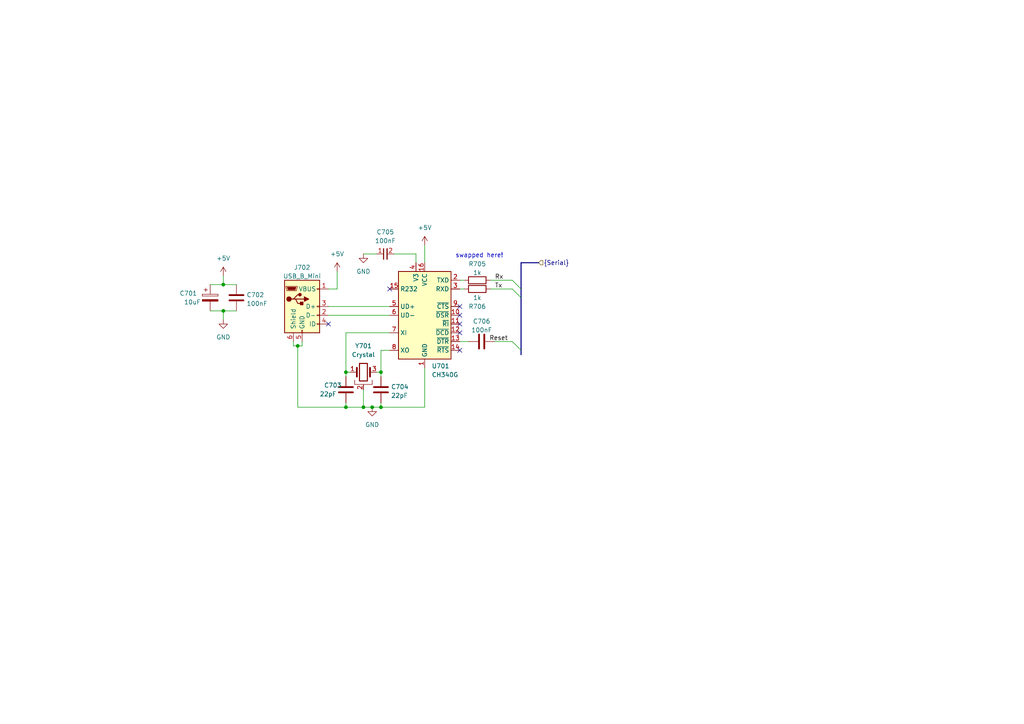
<source format=kicad_sch>
(kicad_sch (version 20231120) (generator "eeschema") (generator_version "8.0")
  (paper "A4")
  (lib_symbols
    (symbol "Connector:USB_B_Mini" (pin_names (offset 1.016))
      (property "Reference" "J" (at -5.08 11.43 0))
      (property "Value" "USB_B_Mini" (at -5.08 8.89 0))
      (symbol "USB_B_Mini_0_1"
        (rectangle (start -5.08 -7.62) (end 5.08 7.62) (stroke (width 0.254)) (fill (type background)))
        (circle (center -3.81 2.159) (radius 0.635) (stroke (width 0.254)) (fill (type outline)))
        (circle (center -0.635 3.429) (radius 0.381) (stroke (width 0.254)) (fill (type outline)))
        (rectangle (start -0.127 -7.62) (end 0.127 -6.858))
        (polyline (pts (xy -1.905 2.159) (xy 0.635 2.159)) (stroke (width 0.254)))
        (polyline (pts (xy -3.175 2.159) (xy -2.54 2.159) (xy -1.27 3.429) (xy -0.635 3.429)) (stroke (width 0.254)))
        (polyline (pts (xy -2.54 2.159) (xy -1.905 2.159) (xy -1.27 0.889) (xy 0 0.889)) (stroke (width 0.254)))
        (polyline (pts (xy 0.635 2.794) (xy 0.635 1.524) (xy 1.905 2.159) (xy 0.635 2.794)) (stroke (width 0.254)) (fill (type outline)))
        (polyline (pts (xy -4.318 5.588) (xy -1.778 5.588) (xy -2.032 4.826) (xy -4.064 4.826) (xy -4.318 5.588)) (fill (type outline)))
        (polyline (pts (xy -4.699 5.842) (xy -4.699 5.588) (xy -4.445 4.826) (xy -4.445 4.572) (xy -1.651 4.572) (xy -1.651 4.826) (xy -1.397 5.588) (xy -1.397 5.842) (xy -4.699 5.842)))
        (rectangle (start 0.254 1.27) (end -0.508 0.508) (stroke (width 0.254)) (fill (type outline)))
        (rectangle (start 5.08 -5.207) (end 4.318 -4.953))
        (rectangle (start 5.08 -2.667) (end 4.318 -2.413))
        (rectangle (start 5.08 -0.127) (end 4.318 0.127))
        (rectangle (start 5.08 4.953) (end 4.318 5.207))
      )
      (symbol "USB_B_Mini_1_1"
        (pin power_out line (at 7.62 5.08 180) (length 2.54) (name "VBUS") (number "1"))
        (pin bidirectional line (at 7.62 -2.54 180) (length 2.54) (name "D-") (number "2"))
        (pin bidirectional line (at 7.62 0 180) (length 2.54) (name "D+") (number "3"))
        (pin passive line (at 7.62 -5.08 180) (length 2.54) (name "ID") (number "4"))
        (pin power_out line (at 0 -10.16 90) (length 2.54) (name "GND") (number "5"))
        (pin passive line (at -2.54 -10.16 90) (length 2.54) (name "Shield") (number "6"))
      )
    )
    (symbol "Device:C" (pin_numbers hide) (pin_names (offset 0.254))
      (property "Reference" "C" (at 0.635 2.54 0))
      (property "Value" "C" (at 0.635 -2.54 0))
      (symbol "C_0_1"
        (polyline (pts (xy -2.032 -0.762) (xy 2.032 -0.762)) (stroke (width 0.508)))
        (polyline (pts (xy -2.032 0.762) (xy 2.032 0.762)) (stroke (width 0.508)))
      )
      (symbol "C_1_1"
        (pin passive line (at 0 3.81 270) (length 2.794) (name "~") (number "1"))
        (pin passive line (at 0 -3.81 90) (length 2.794) (name "~") (number "2"))
      )
    )
    (symbol "Device:C_Polarized" (pin_numbers hide) (pin_names (offset 0.254))
      (property "Reference" "C" (at 0.635 2.54 0))
      (property "Value" "C_Polarized" (at 0.635 -2.54 0))
      (symbol "C_Polarized_0_1"
        (rectangle (start -2.286 0.508) (end 2.286 1.016))
        (polyline (pts (xy -1.778 2.286) (xy -0.762 2.286)))
        (polyline (pts (xy -1.27 2.794) (xy -1.27 1.778)))
        (rectangle (start 2.286 -0.508) (end -2.286 -1.016) (fill (type outline)))
      )
      (symbol "C_Polarized_1_1"
        (pin passive line (at 0 3.81 270) (length 2.794) (name "~") (number "1"))
        (pin passive line (at 0 -3.81 90) (length 2.794) (name "~") (number "2"))
      )
    )
    (symbol "Device:R" (pin_numbers hide) (pin_names (offset 0))
      (property "Reference" "R" (at 2.032 0 90))
      (property "Value" "R" (at 0 0 90))
      (symbol "R_0_1"
        (rectangle (start -1.016 -2.54) (end 1.016 2.54) (stroke (width 0.254)))
      )
      (symbol "R_1_1"
        (pin passive line (at 0 3.81 270) (length 1.27) (name "~") (number "1"))
        (pin passive line (at 0 -3.81 90) (length 1.27) (name "~") (number "2"))
      )
    )
    (symbol "GND_1" (power) (pin_names (offset 0))
      (property "Value" "GND_1" (at 0 -3.81 0))
      (symbol "GND_1_0_1"
        (polyline (pts (xy 0 0) (xy 0 -1.27) (xy 1.27 -1.27) (xy 0 -2.54) (xy -1.27 -1.27) (xy 0 -1.27)))
      )
      (symbol "GND_1_1_1"
        (pin power_in line (at 0 0 270) (length 0) hide (name "GND") (number "1"))
      )
    )
    (symbol "Interface_USB:CH340G"
      (property "Reference" "U" (at -5.08 13.97 0))
      (property "Value" "CH340G" (at 1.27 13.97 0))
      (symbol "CH340G_0_1"
        (rectangle (start -7.62 12.7) (end 7.62 -12.7) (stroke (width 0.254)) (fill (type background)))
      )
      (symbol "CH340G_1_1"
        (pin power_in line (at 0 -15.24 90) (length 2.54) (name "GND") (number "1"))
        (pin input line (at 10.16 0 180) (length 2.54) (name "~{DSR}") (number "10"))
        (pin input line (at 10.16 -2.54 180) (length 2.54) (name "~{RI}") (number "11"))
        (pin input line (at 10.16 -5.08 180) (length 2.54) (name "~{DCD}") (number "12"))
        (pin output line (at 10.16 -7.62 180) (length 2.54) (name "~{DTR}") (number "13"))
        (pin output line (at 10.16 -10.16 180) (length 2.54) (name "~{RTS}") (number "14"))
        (pin input line (at -10.16 7.62 0) (length 2.54) (name "R232") (number "15"))
        (pin power_in line (at 0 15.24 270) (length 2.54) (name "VCC") (number "16"))
        (pin output line (at 10.16 10.16 180) (length 2.54) (name "TXD") (number "2"))
        (pin input line (at 10.16 7.62 180) (length 2.54) (name "RXD") (number "3"))
        (pin passive line (at -2.54 15.24 270) (length 2.54) (name "V3") (number "4"))
        (pin bidirectional line (at -10.16 2.54 0) (length 2.54) (name "UD+") (number "5"))
        (pin bidirectional line (at -10.16 0 0) (length 2.54) (name "UD-") (number "6"))
        (pin input line (at -10.16 -5.08 0) (length 2.54) (name "XI") (number "7"))
        (pin output line (at -10.16 -10.16 0) (length 2.54) (name "XO") (number "8"))
        (pin input line (at 10.16 2.54 180) (length 2.54) (name "~{CTS}") (number "9"))
      )
    )
    (symbol "capacitor_miscellaneous:C_0402_100nF"
      (property "Reference" "U" (at 1.27 2.54 0))
      (property "Value" "100nF" (at 3.81 -2.54 0))
      (property "JLCPCB Part#" "C307331" (at 0 0 0))
      (symbol "C_0402_100nF_0_1"
        (polyline (pts (xy -1.524 -0.508) (xy 1.524 -0.508)) (stroke (width 0.3302)))
        (polyline (pts (xy -1.524 0.508) (xy 1.524 0.508)) (stroke (width 0.3048)))
      )
      (symbol "C_0402_100nF_1_1"
        (pin passive line (at 0 2.54 270) (length 2.032) (name "~") (number "1"))
        (pin passive line (at 0 -2.54 90) (length 2.032) (name "~") (number "2"))
      )
    )
    (symbol "custom_kicad_lib_sk:crystal_arduino" (pin_names (offset 1.016) hide)
      (property "Reference" "Y" (at 0 5.715 0))
      (property "Value" "Crystal_GND2" (at 0 3.81 0))
      (property "JLCPCB Part#" "C13738" (at 0 0 0))
      (symbol "crystal_arduino_0_1"
        (rectangle (start -1.143 2.54) (end 1.143 -2.54) (stroke (width 0.3048)))
        (polyline (pts (xy -2.54 0) (xy -1.905 0)))
        (polyline (pts (xy -1.905 -1.27) (xy -1.905 1.27)) (stroke (width 0.508)))
        (polyline (pts (xy 0 -3.81) (xy 0 -3.556)))
        (polyline (pts (xy 1.905 0) (xy 2.54 0)))
        (polyline (pts (xy 1.905 1.27) (xy 1.905 -1.27)) (stroke (width 0.508)))
        (polyline (pts (xy -2.54 -2.286) (xy -2.54 -3.556) (xy 2.54 -3.556) (xy 2.54 -2.286)))
      )
      (symbol "crystal_arduino_1_1"
        (pin passive line (at -3.81 0 0) (length 1.27) (name "1") (number "1"))
        (pin passive line (at 0 -5.08 90) (length 1.27) (name "GND") (number "2"))
        (pin passive line (at 3.81 0 180) (length 1.27) (name "3") (number "3"))
        (pin passive line (at 0 -5.08 90) (length 1.27) hide (name "GND") (number "4"))
      )
    )
    (symbol "power:+5V" (power) (pin_names (offset 0))
      (property "Value" "+5V" (at 0 3.556 0))
      (symbol "+5V_0_1"
        (polyline (pts (xy -0.762 1.27) (xy 0 2.54)))
        (polyline (pts (xy 0 0) (xy 0 2.54)))
        (polyline (pts (xy 0 2.54) (xy 0.762 1.27)))
      )
      (symbol "+5V_1_1"
        (pin power_in line (at 0 0 90) (length 0) hide (name "+5V") (number "1"))
      )
    )
  )
  (bus_alias "Serial" (members "Rx" "Tx" "Reset"))
  (junction (at 100.33 118.11))
  (junction (at 86.36 100.33))
  (junction (at 64.77 82.55))
  (junction (at 107.95 118.11))
  (junction (at 110.49 107.95))
  (junction (at 64.77 90.17))
  (junction (at 100.33 107.95))
  (junction (at 110.49 118.11))
  (junction (at 105.41 118.11))
  (no_connect (at 113.03 83.82))
  (no_connect (at 133.35 93.98))
  (no_connect (at 133.35 96.52))
  (no_connect (at 133.35 91.44))
  (no_connect (at 133.35 101.6))
  (no_connect (at 133.35 88.9))
  (no_connect (at 95.25 93.98))
  (bus_entry (at 148.59 99.06) (size 2.54 2.54))
  (bus_entry (at 148.59 83.82) (size 2.54 2.54))
  (bus_entry (at 148.59 81.28) (size 2.54 2.54))
  (wire (pts (xy 100.33 107.95) (xy 100.33 109.22)))
  (wire (pts (xy 97.79 78.74) (xy 97.79 83.82)))
  (wire (pts (xy 105.41 118.11) (xy 107.95 118.11)))
  (wire (pts (xy 97.79 83.82) (xy 95.25 83.82)))
  (wire (pts (xy 110.49 107.95) (xy 109.22 107.95)))
  (wire (pts (xy 143.51 99.06) (xy 148.59 99.06)))
  (wire (pts (xy 110.49 101.6) (xy 113.03 101.6)))
  (bus (pts (xy 151.13 83.82) (xy 151.13 76.2)))
  (wire (pts (xy 110.49 116.84) (xy 110.49 118.11)))
  (wire (pts (xy 100.33 96.52) (xy 100.33 107.95)))
  (wire (pts (xy 134.62 83.82) (xy 133.35 83.82)))
  (wire (pts (xy 64.77 80.01) (xy 64.77 82.55)))
  (wire (pts (xy 100.33 118.11) (xy 105.41 118.11)))
  (wire (pts (xy 86.36 100.33) (xy 86.36 118.11)))
  (wire (pts (xy 85.09 99.06) (xy 85.09 100.33)))
  (wire (pts (xy 100.33 116.84) (xy 100.33 118.11)))
  (bus (pts (xy 151.13 86.36) (xy 151.13 83.82)))
  (wire (pts (xy 101.6 107.95) (xy 100.33 107.95)))
  (wire (pts (xy 87.63 99.06) (xy 87.63 100.33)))
  (wire (pts (xy 60.96 82.55) (xy 64.77 82.55)))
  (wire (pts (xy 107.95 118.11) (xy 110.49 118.11)))
  (wire (pts (xy 142.24 83.82) (xy 148.59 83.82)))
  (wire (pts (xy 105.41 113.03) (xy 105.41 118.11)))
  (wire (pts (xy 86.36 118.11) (xy 100.33 118.11)))
  (wire (pts (xy 110.49 118.11) (xy 123.19 118.11)))
  (wire (pts (xy 110.49 109.22) (xy 110.49 107.95)))
  (wire (pts (xy 64.77 82.55) (xy 68.58 82.55)))
  (wire (pts (xy 85.09 100.33) (xy 86.36 100.33)))
  (bus (pts (xy 151.13 101.6) (xy 151.13 102.87)))
  (wire (pts (xy 95.25 88.9) (xy 113.03 88.9)))
  (wire (pts (xy 113.03 96.52) (xy 100.33 96.52)))
  (wire (pts (xy 120.65 73.66) (xy 114.3 73.66)))
  (wire (pts (xy 133.35 99.06) (xy 135.89 99.06)))
  (bus (pts (xy 151.13 76.2) (xy 156.21 76.2)))
  (wire (pts (xy 64.77 90.17) (xy 68.58 90.17)))
  (wire (pts (xy 134.62 81.28) (xy 133.35 81.28)))
  (wire (pts (xy 95.25 91.44) (xy 113.03 91.44)))
  (bus (pts (xy 151.13 86.36) (xy 151.13 101.6)))
  (wire (pts (xy 123.19 71.12) (xy 123.19 76.2)))
  (wire (pts (xy 64.77 90.17) (xy 64.77 92.71)))
  (wire (pts (xy 105.41 73.66) (xy 109.22 73.66)))
  (wire (pts (xy 110.49 107.95) (xy 110.49 101.6)))
  (wire (pts (xy 123.19 106.68) (xy 123.19 118.11)))
  (wire (pts (xy 142.24 81.28) (xy 148.59 81.28)))
  (wire (pts (xy 60.96 90.17) (xy 64.77 90.17)))
  (wire (pts (xy 120.65 76.2) (xy 120.65 73.66)))
  (wire (pts (xy 86.36 100.33) (xy 87.63 100.33)))
  (text "swapped here!" (at 132.08 74.93 0) (effects (font (size 1.27 1.27)) (justify left bottom)))
  (label "Rx" (at 143.51 81.28 0))
  (label "Reset" (at 147.32 99.06 180))
  (label "Tx" (at 143.51 83.82 0))
  (hierarchical_label "{Serial}" (shape input) (at 156.21 76.2 0))
  (symbol (lib_id "Device:C") (at 68.58 86.36 0) (unit 1)
    (property "Reference" "C702" (at 71.501 85.5253 0) (effects (justify left)))
    (property "Value" "100nF" (at 71.501 88.0622 0) (effects (justify left)))
    (property "Footprint" "Capacitor_SMD:C_0603_1608Metric" (effects (hide yes)))
    (property "JLCPCB Part#" "C14663" (effects (hide yes)))
    (instances (project "servoDecoderInCabinet" (path "" (reference "C702") (unit 1))) (project "general_schematics" (path "" (reference "C2002") (unit 1))) (project "CH340" (path "" (reference "C702") (unit 1))))
  )
  (symbol (lib_id "Device:C") (at 139.7 99.06 90) (unit 1)
    (property "Reference" "C706" (at 139.7 93.2012 90))
    (property "Value" "100nF" (at 139.7 95.7381 90))
    (property "Footprint" "Capacitor_SMD:C_0603_1608Metric" (effects (hide yes)))
    (property "JLCPCB Part#" "C14663" (effects (hide yes)))
    (instances (project "servoDecoderInCabinet" (path "" (reference "C706") (unit 1))) (project "general_schematics" (path "" (reference "C2006") (unit 1))) (project "CH340" (path "" (reference "C706") (unit 1))))
  )
  (symbol (lib_name "GND_1") (lib_id "power:GND") (at 105.41 73.66 0) (unit 1)
    (property "Reference" "#PWR0207" (effects (hide yes)))
    (property "Value" "GND" (at 105.41 78.74 0))
    (instances (project "atmega328" (path "" (reference "#PWR0207") (unit 1))) (project "servoDecoderInCabinet" (path "" (reference "#PWR0714") (unit 1))) (project "CH340" (path "" (reference "#PWR0703") (unit 1))))
  )
  (symbol (lib_id "Device:R") (at 138.43 83.82 270) (unit 1)
    (property "Reference" "R706" (at 138.43 88.9 90))
    (property "Value" "1k" (at 138.43 86.36 90))
    (property "Footprint" "Resistor_SMD:R_0603_1608Metric" (effects (hide yes)))
    (property "JLCPCB Part#" "C21190" (effects (hide yes)))
    (instances (project "servoDecoderInCabinet" (path "" (reference "R706") (unit 1))) (project "general_schematics" (path "" (reference "R2002") (unit 1))) (project "CH340" (path "" (reference "R702") (unit 1))))
  )
  (symbol (lib_id "capacitor_miscellaneous:C_0402_100nF") (at 111.76 73.66 90) (unit 1)
    (property "Reference" "C705" (at 111.7663 67.31 90))
    (property "Value" "100nF" (at 111.7663 69.85 90))
    (property "Footprint" "Capacitor_SMD:C_0402_1005Metric" (effects (hide yes)))
    (property "JLCPCB Part#" "C307331" (effects (hide yes)))
  )
  (symbol (lib_name "GND_1") (lib_id "power:GND") (at 64.77 92.71 0) (unit 1)
    (property "Reference" "#PWR0207" (effects (hide yes)))
    (property "Value" "GND" (at 64.77 97.79 0))
    (instances (project "atmega328" (path "" (reference "#PWR0207") (unit 1))) (project "servoDecoderInCabinet" (path "" (reference "#PWR0712") (unit 1))) (project "CH340" (path "" (reference "#PWR0702") (unit 1))))
  )
  (symbol (lib_id "Device:C_Polarized") (at 60.96 86.36 0) (unit 1)
    (property "Reference" "C701" (at 52.07 85.09 0) (effects (justify left)))
    (property "Value" "10uF" (at 53.34 87.63 0) (effects (justify left)))
    (property "Footprint" "Capacitor_SMD:C_0603_1608Metric" (effects (hide yes)))
    (property "JLCPCB Part#" "C96446" (effects (hide yes)))
    (instances (project "servoDecoderInCabinet" (path "" (reference "C701") (unit 1))) (project "general_schematics" (path "" (reference "C2001") (unit 1))) (project "CH340" (path "" (reference "C701") (unit 1))))
  )
  (symbol (lib_id "Device:C") (at 110.49 113.03 0) (unit 1)
    (property "Reference" "C704" (at 113.411 112.1953 0) (effects (justify left)))
    (property "Value" "22pF" (at 113.411 114.7322 0) (effects (justify left)))
    (property "Footprint" "Capacitor_SMD:C_0603_1608Metric" (effects (hide yes)))
    (property "JLCPCB Part#" "C1653" (effects (hide yes)))
    (instances (project "servoDecoderInCabinet" (path "" (reference "C704") (unit 1))) (project "general_schematics" (path "" (reference "C2004") (unit 1))) (project "CH340" (path "" (reference "C704") (unit 1))))
  )
  (symbol (lib_id "power:+5V") (at 64.77 80.01 0) (unit 1)
    (property "Reference" "#PWR0711" (effects (hide yes)))
    (property "Value" "+5V" (at 64.77 74.93 0))
    (instances (project "servoDecoderInCabinet" (path "" (reference "#PWR0711") (unit 1))) (project "CH340" (path "" (reference "#PWR0704") (unit 1))))
  )
  (symbol (lib_id "Interface_USB:CH340G") (at 123.19 91.44 0) (unit 1)
    (property "Reference" "U701" (at 125.2094 106.1704 0) (effects (justify left)))
    (property "Value" "CH340G" (at 125.2094 108.7073 0) (effects (justify left)))
    (property "Footprint" "Package_SO:SOIC-16_3.9x9.9mm_P1.27mm" (effects (hide yes)))
    (property "Datasheet" "http://www.datasheet5.com/pdf-local-2195953" (effects (hide yes)))
    (property "JLCPCB Part#" "C14267" (effects (hide yes)))
    (instances (project "servoDecoderInCabinet" (path "" (reference "U701") (unit 1))) (project "general_schematics" (path "" (reference "U2001") (unit 1))) (project "CH340" (path "" (reference "U701") (unit 1))))
  )
  (symbol (lib_id "Connector:USB_B_Mini") (at 87.63 88.9 0) (unit 1)
    (property "Reference" "J702" (at 87.63 77.5802 0))
    (property "Value" "USB_B_Mini" (at 87.63 80.1171 0))
    (property "Footprint" "Connector_USB:USB_Mini-B_Lumberg_2486_01_Horizontal" (effects (hide yes)))
    (property "JLCPCB Part#" "C2681563" (effects (hide yes)))
    (instances (project "servoDecoderInCabinet" (path "" (reference "J702") (unit 1))) (project "general_schematics" (path "" (reference "J2001") (unit 1))) (project "CH340" (path "" (reference "J701") (unit 1))))
  )
  (symbol (lib_id "Device:R") (at 138.43 81.28 90) (unit 1)
    (property "Reference" "R705" (at 138.43 76.5642 90))
    (property "Value" "1k" (at 138.43 79.1011 90))
    (property "Footprint" "Resistor_SMD:R_0603_1608Metric" (effects (hide yes)))
    (property "JLCPCB Part#" "C21190" (effects (hide yes)))
    (instances (project "servoDecoderInCabinet" (path "" (reference "R705") (unit 1))) (project "general_schematics" (path "" (reference "R2001") (unit 1))) (project "CH340" (path "" (reference "R701") (unit 1))))
  )
  (symbol (lib_id "power:+5V") (at 97.79 78.74 0) (unit 1)
    (property "Reference" "#PWR0713" (effects (hide yes)))
    (property "Value" "+5V" (at 97.79 73.66 0))
    (instances (project "servoDecoderInCabinet" (path "" (reference "#PWR0713") (unit 1))) (project "CH340" (path "" (reference "#PWR0706") (unit 1))))
  )
  (symbol (lib_id "Device:C") (at 100.33 113.03 0) (unit 1)
    (property "Reference" "C703" (at 93.98 111.76 0) (effects (justify left)))
    (property "Value" "22pF" (at 92.71 114.3 0) (effects (justify left)))
    (property "Footprint" "Capacitor_SMD:C_0603_1608Metric" (effects (hide yes)))
    (property "JLCPCB Part#" "C1653" (effects (hide yes)))
    (instances (project "servoDecoderInCabinet" (path "" (reference "C703") (unit 1))) (project "general_schematics" (path "" (reference "C2003") (unit 1))) (project "CH340" (path "" (reference "C703") (unit 1))))
  )
  (symbol (lib_name "GND_1") (lib_id "power:GND") (at 107.95 118.11 0) (unit 1)
    (property "Reference" "#PWR0207" (effects (hide yes)))
    (property "Value" "GND" (at 107.95 123.19 0))
    (instances (project "atmega328" (path "" (reference "#PWR0207") (unit 1))) (project "servoDecoderInCabinet" (path "" (reference "#PWR0715") (unit 1))) (project "CH340" (path "" (reference "#PWR0701") (unit 1))))
  )
  (symbol (lib_id "custom_kicad_lib_sk:crystal_arduino") (at 105.41 107.95 0) (unit 1)
    (property "Reference" "Y701" (at 105.41 100.33 0))
    (property "Value" "Crystal" (at 105.41 102.87 0))
    (property "Footprint" "custom_kicad_lib_sk:crystal_arduino" (effects (hide yes)))
    (property "JLCPCB Part#" "C9002" (effects (hide yes)))
    (instances (project "servoDecoderInCabinet" (path "" (reference "Y701") (unit 1))) (project "general_schematics" (path "" (reference "Y2001") (unit 1))) (project "CH340" (path "" (reference "Y701") (unit 1))))
  )
  (symbol (lib_id "power:+5V") (at 123.19 71.12 0) (unit 1)
    (property "Reference" "#PWR0716" (effects (hide yes)))
    (property "Value" "+5V" (at 123.19 66.04 0))
    (instances (project "servoDecoderInCabinet" (path "" (reference "#PWR0716") (unit 1))) (project "CH340" (path "" (reference "#PWR0705") (unit 1))))
  )
)
</source>
